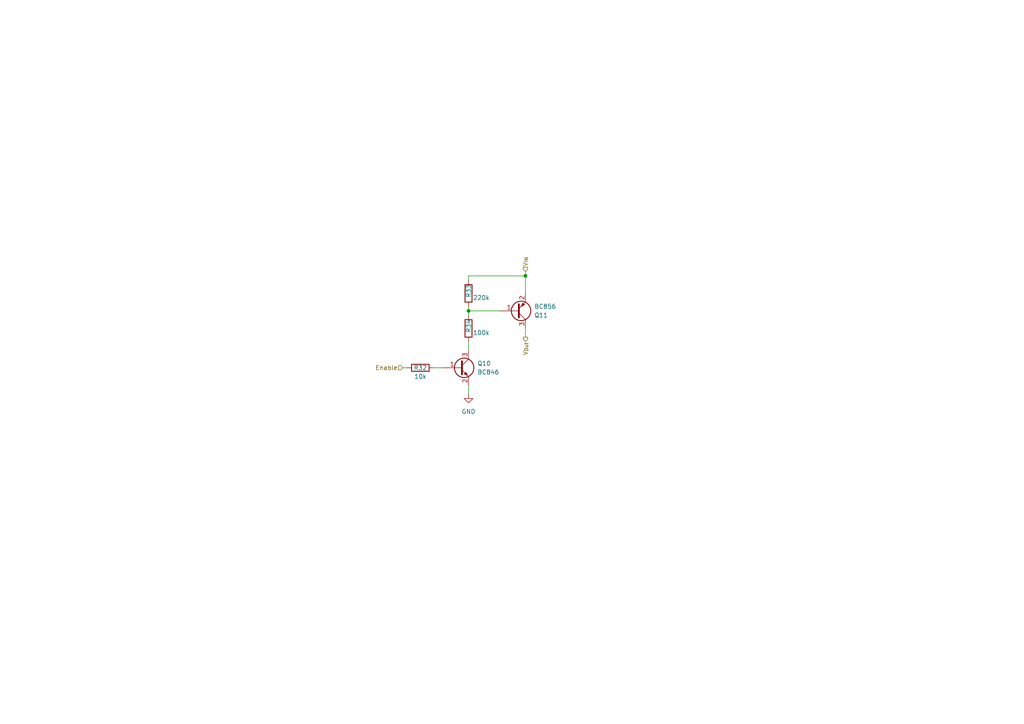
<source format=kicad_sch>
(kicad_sch (version 20231120) (generator "eeschema") (generator_version "8.0")
  (paper "A4")
  (lib_symbols
    (symbol "Device:R" (pin_numbers hide) (pin_names (offset 0))
      (property "Reference" "R" (at 2.032 0 90))
      (property "Value" "R" (at 0 0 90))
      (symbol "R_0_1"
        (rectangle (start -1.016 -2.54) (end 1.016 2.54) (stroke (width 0.254)))
      )
      (symbol "R_1_1"
        (pin passive line (at 0 3.81 270) (length 1.27) (name "~") (number "1"))
        (pin passive line (at 0 -3.81 90) (length 1.27) (name "~") (number "2"))
      )
    )
    (symbol "Transistor_BJT:BC847" (pin_names (offset 0) hide)
      (property "Reference" "Q" (at 5.08 1.905 0))
      (property "Value" "BC847" (at 5.08 0 0))
      (symbol "BC847_0_1"
        (polyline (pts (xy 0.635 0.635) (xy 2.54 2.54)))
        (polyline (pts (xy 0.635 -0.635) (xy 2.54 -2.54) (xy 2.54 -2.54)))
        (polyline (pts (xy 0.635 1.905) (xy 0.635 -1.905) (xy 0.635 -1.905)) (stroke (width 0.508)))
        (polyline (pts (xy 1.27 -1.778) (xy 1.778 -1.27) (xy 2.286 -2.286) (xy 1.27 -1.778) (xy 1.27 -1.778)) (fill (type outline)))
        (circle (center 1.27 0) (radius 2.8194) (stroke (width 0.254)))
      )
      (symbol "BC847_1_1"
        (pin input line (at -5.08 0 0) (length 5.715) (name "B") (number "1"))
        (pin passive line (at 2.54 -5.08 90) (length 2.54) (name "E") (number "2"))
        (pin passive line (at 2.54 5.08 270) (length 2.54) (name "C") (number "3"))
      )
    )
    (symbol "Transistor_BJT:BC856" (pin_names (offset 0) hide)
      (property "Reference" "Q" (at 5.08 1.905 0))
      (property "Value" "BC856" (at 5.08 0 0))
      (symbol "BC856_0_1"
        (polyline (pts (xy 0.635 0.635) (xy 2.54 2.54)))
        (polyline (pts (xy 0.635 -0.635) (xy 2.54 -2.54) (xy 2.54 -2.54)))
        (polyline (pts (xy 0.635 1.905) (xy 0.635 -1.905) (xy 0.635 -1.905)) (stroke (width 0.508)))
        (polyline (pts (xy 2.286 -1.778) (xy 1.778 -2.286) (xy 1.27 -1.27) (xy 2.286 -1.778) (xy 2.286 -1.778)) (fill (type outline)))
        (circle (center 1.27 0) (radius 2.8194) (stroke (width 0.254)))
      )
      (symbol "BC856_1_1"
        (pin input line (at -5.08 0 0) (length 5.715) (name "B") (number "1"))
        (pin passive line (at 2.54 -5.08 90) (length 2.54) (name "E") (number "2"))
        (pin passive line (at 2.54 5.08 270) (length 2.54) (name "C") (number "3"))
      )
    )
    (symbol "power:GND" (power) (pin_numbers hide) (pin_names (offset 0) hide)
      (property "Value" "GND" (at 0 -3.81 0))
      (symbol "GND_0_1"
        (polyline (pts (xy 0 0) (xy 0 -1.27) (xy 1.27 -1.27) (xy 0 -2.54) (xy -1.27 -1.27) (xy 0 -1.27)))
      )
      (symbol "GND_1_1"
        (pin power_in line (at 0 0 270) (length 0) (name "~") (number "1"))
      )
    )
  )
  (junction (at 152.4 80.01))
  (junction (at 135.89 90.17))
  (wire (pts (xy 135.89 90.17) (xy 144.78 90.17)))
  (wire (pts (xy 135.89 90.17) (xy 135.89 91.44)))
  (wire (pts (xy 135.89 99.06) (xy 135.89 101.6)))
  (wire (pts (xy 116.84 106.68) (xy 118.11 106.68)))
  (wire (pts (xy 152.4 95.25) (xy 152.4 97.79)))
  (wire (pts (xy 152.4 78.74) (xy 152.4 80.01)))
  (wire (pts (xy 135.89 111.76) (xy 135.89 114.3)))
  (wire (pts (xy 135.89 88.9) (xy 135.89 90.17)))
  (wire (pts (xy 152.4 80.01) (xy 152.4 85.09)))
  (wire (pts (xy 135.89 80.01) (xy 135.89 81.28)))
  (wire (pts (xy 135.89 80.01) (xy 152.4 80.01)))
  (wire (pts (xy 125.73 106.68) (xy 128.27 106.68)))
  (hierarchical_label "V_{IN}" (shape input) (at 152.4 78.74 90))
  (hierarchical_label "Enable" (shape input) (at 116.84 106.68 180))
  (hierarchical_label "V_{Out}" (shape output) (at 152.4 97.79 270))
  (symbol (lib_id "Transistor_BJT:BC847") (at 133.35 106.68 0) (unit 1)
    (property "Reference" "Q4" (at 138.43 105.4099 0) (effects (justify left)))
    (property "Value" "BC846" (at 138.43 107.9499 0) (effects (justify left)))
    (property "Footprint" "Package_TO_SOT_SMD:SOT-23_Handsoldering" (effects (hide yes)))
    (property "Datasheet" "http://www.infineon.com/dgdl/Infineon-BC847SERIES_BC848SERIES_BC849SERIES_BC850SERIES-DS-v01_01-en.pdf?fileId=db3a304314dca389011541d4630a1657" (effects (hide yes)))
    (property "Description" "0.1A Ic, 45V Vce, NPN Transistor, SOT-23" (effects (hide yes)))
    (instances (project "alarm-clock_v3" (path "" (reference "Q10") (unit 1)) (path "" (reference "Q8") (unit 1)) (path "" (reference "Q4") (unit 1)) (path "" (reference "Q6") (unit 1)) (path "" (reference "Q12") (unit 1)) (path "" (reference "Q14") (unit 1))))
  )
  (symbol (lib_id "Device:R") (at 135.89 95.25 0) (unit 1)
    (property "Reference" "R25" (at 135.89 96.52 90) (effects (justify left)))
    (property "Value" "100k" (at 137.16 96.52 0) (effects (justify left)))
    (property "Footprint" "Resistor_SMD:R_0603_1608Metric_Pad0.98x0.95mm_HandSolder" (effects (hide yes)))
    (property "Description" "Resistor" (effects (hide yes)))
    (instances (project "alarm-clock_v3" (path "" (reference "R34") (unit 1)) (path "" (reference "R31") (unit 1)) (path "" (reference "R25") (unit 1)) (path "" (reference "R28") (unit 1)) (path "" (reference "R37") (unit 1)) (path "" (reference "R40") (unit 1))))
  )
  (symbol (lib_id "Device:R") (at 135.89 85.09 0) (unit 1)
    (property "Reference" "R24" (at 135.89 86.36 90) (effects (justify left)))
    (property "Value" "220k" (at 137.16 86.36 0) (effects (justify left)))
    (property "Footprint" "Resistor_SMD:R_0603_1608Metric_Pad0.98x0.95mm_HandSolder" (effects (hide yes)))
    (property "Description" "Resistor" (effects (hide yes)))
    (instances (project "alarm-clock_v3" (path "" (reference "R33") (unit 1)) (path "" (reference "R30") (unit 1)) (path "" (reference "R24") (unit 1)) (path "" (reference "R27") (unit 1)) (path "" (reference "R36") (unit 1)) (path "" (reference "R39") (unit 1))))
  )
  (symbol (lib_id "Device:R") (at 121.92 106.68 90) (unit 1)
    (property "Reference" "R23" (at 121.92 106.68 90))
    (property "Value" "10k" (at 121.92 109.22 90))
    (property "Footprint" "Resistor_SMD:R_0603_1608Metric_Pad0.98x0.95mm_HandSolder" (effects (hide yes)))
    (property "Description" "Resistor" (effects (hide yes)))
    (instances (project "alarm-clock_v3" (path "" (reference "R32") (unit 1)) (path "" (reference "R29") (unit 1)) (path "" (reference "R23") (unit 1)) (path "" (reference "R26") (unit 1)) (path "" (reference "R35") (unit 1)) (path "" (reference "R38") (unit 1))))
  )
  (symbol (lib_id "Transistor_BJT:BC856") (at 149.86 90.17 0) (mirror x) (unit 1)
    (property "Reference" "Q5" (at 154.94 91.4401 0) (effects (justify left)))
    (property "Value" "BC856" (at 154.94 88.9001 0) (effects (justify left)))
    (property "Footprint" "Package_TO_SOT_SMD:SOT-23_Handsoldering" (effects (hide yes)))
    (property "Datasheet" "https://www.onsemi.com/pub/Collateral/BC860-D.pdf" (effects (hide yes)))
    (property "Description" "0.1A Ic, 65V Vce, PNP Transistor, SOT-23" (effects (hide yes)))
    (instances (project "alarm-clock_v3" (path "" (reference "Q11") (unit 1)) (path "" (reference "Q9") (unit 1)) (path "" (reference "Q5") (unit 1)) (path "" (reference "Q7") (unit 1)) (path "" (reference "Q13") (unit 1)) (path "" (reference "Q15") (unit 1))))
  )
  (symbol (lib_id "power:GND") (at 135.89 114.3 0) (unit 1)
    (property "Reference" "#PWR058" (effects (hide yes)))
    (property "Value" "GND" (at 135.89 119.38 0))
    (property "Description" "Power symbol creates a global label with name \"GND\" , ground" (effects (hide yes)))
    (instances (project "alarm-clock_v3" (path "" (reference "#PWR061") (unit 1)) (path "" (reference "#PWR060") (unit 1)) (path "" (reference "#PWR058") (unit 1)) (path "" (reference "#PWR059") (unit 1)) (path "" (reference "#PWR062") (unit 1)) (path "" (reference "#PWR063") (unit 1))))
  )
)
</source>
